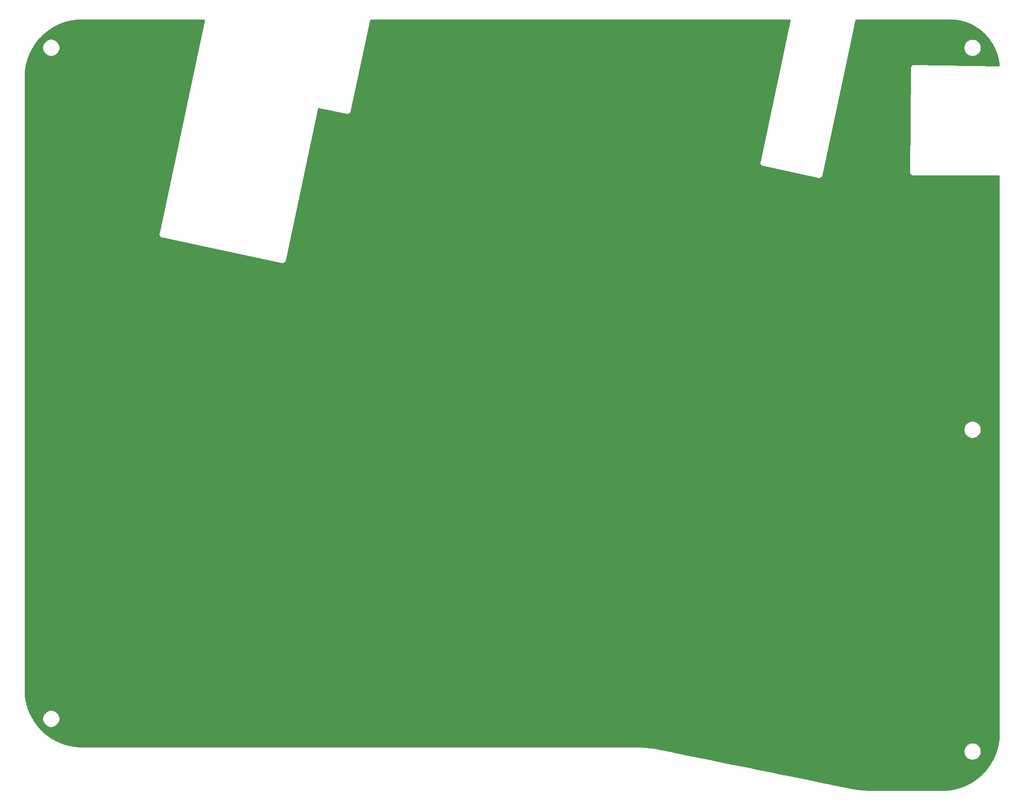
<source format=gbl>
G04 #@! TF.GenerationSoftware,KiCad,Pcbnew,(5.1.5-0-10_14)*
G04 #@! TF.CreationDate,2020-04-18T18:06:01+09:00*
G04 #@! TF.ProjectId,colice_pcb_left_bottom,636f6c69-6365-45f7-9063-625f6c656674,rev?*
G04 #@! TF.SameCoordinates,Original*
G04 #@! TF.FileFunction,Copper,L2,Bot*
G04 #@! TF.FilePolarity,Positive*
%FSLAX46Y46*%
G04 Gerber Fmt 4.6, Leading zero omitted, Abs format (unit mm)*
G04 Created by KiCad (PCBNEW (5.1.5-0-10_14)) date 2020-04-18 18:06:01*
%MOMM*%
%LPD*%
G04 APERTURE LIST*
%ADD10C,0.254000*%
G04 APERTURE END LIST*
D10*
G36*
X44185546Y-64055197D02*
G01*
X44174563Y-64089768D01*
X44170535Y-64125816D01*
X44170534Y-64125823D01*
X44160207Y-64218258D01*
X44158487Y-64233654D01*
X44170791Y-64377912D01*
X44211002Y-64516999D01*
X44277575Y-64645567D01*
X44367950Y-64758678D01*
X44384171Y-64772349D01*
X44478657Y-64851984D01*
X44605440Y-64921900D01*
X44743426Y-64965737D01*
X44779482Y-64969765D01*
X68095954Y-69925819D01*
X68130527Y-69936803D01*
X68166581Y-69940831D01*
X68166585Y-69940832D01*
X68233371Y-69948293D01*
X68274414Y-69952879D01*
X68274416Y-69952879D01*
X68304083Y-69950349D01*
X68418671Y-69940576D01*
X68418674Y-69940575D01*
X68418675Y-69940575D01*
X68435549Y-69935696D01*
X68557758Y-69900366D01*
X68686327Y-69833794D01*
X68799439Y-69743418D01*
X68892745Y-69632712D01*
X68962661Y-69505930D01*
X68995514Y-69402521D01*
X68995515Y-69402518D01*
X69006500Y-69367940D01*
X69010528Y-69331887D01*
X75311828Y-39687262D01*
X80730619Y-40838899D01*
X80765184Y-40849881D01*
X80801251Y-40853911D01*
X80801262Y-40853913D01*
X80846375Y-40858952D01*
X80909071Y-40865957D01*
X80909079Y-40865956D01*
X80909094Y-40865958D01*
X80994539Y-40858668D01*
X81053329Y-40853654D01*
X81053339Y-40853651D01*
X81053352Y-40853650D01*
X81127049Y-40832341D01*
X81192415Y-40813444D01*
X81192425Y-40813439D01*
X81192438Y-40813435D01*
X81266720Y-40774969D01*
X81320984Y-40746871D01*
X81320992Y-40746865D01*
X81321005Y-40746858D01*
X81380400Y-40699398D01*
X81434096Y-40656496D01*
X81434105Y-40656486D01*
X81434113Y-40656479D01*
X81479207Y-40602973D01*
X81527402Y-40545790D01*
X81527407Y-40545780D01*
X81527416Y-40545770D01*
X81564146Y-40479160D01*
X81597318Y-40419008D01*
X81597322Y-40418997D01*
X81597328Y-40418985D01*
X81619482Y-40349245D01*
X81630172Y-40315598D01*
X81630175Y-40315586D01*
X81641162Y-40280998D01*
X81645188Y-40244955D01*
X85431573Y-22431766D01*
X167159620Y-22431766D01*
X161278053Y-50102371D01*
X161267069Y-50136946D01*
X161250994Y-50280833D01*
X161263298Y-50425090D01*
X161303509Y-50564177D01*
X161370082Y-50692745D01*
X161460458Y-50805856D01*
X161571165Y-50899162D01*
X161697948Y-50969077D01*
X161801357Y-51001930D01*
X161801361Y-51001931D01*
X161835932Y-51012914D01*
X161871983Y-51016942D01*
X172702641Y-53319045D01*
X172737213Y-53330029D01*
X172773265Y-53334057D01*
X172773270Y-53334058D01*
X172860578Y-53343812D01*
X172881100Y-53346105D01*
X172881101Y-53346105D01*
X172895934Y-53344840D01*
X173025357Y-53333802D01*
X173164444Y-53293591D01*
X173293013Y-53227018D01*
X173293015Y-53227017D01*
X173360654Y-53172973D01*
X173406124Y-53136643D01*
X173499431Y-53025936D01*
X173569346Y-52899154D01*
X173602199Y-52795745D01*
X173602201Y-52795738D01*
X173613184Y-52761165D01*
X173617211Y-52725117D01*
X178938562Y-27690300D01*
X201017560Y-27690300D01*
X201017560Y-28027140D01*
X201083274Y-28357509D01*
X201212178Y-28668709D01*
X201399316Y-28948781D01*
X201637499Y-29186964D01*
X201917571Y-29374102D01*
X202228771Y-29503006D01*
X202559140Y-29568720D01*
X202895980Y-29568720D01*
X203226349Y-29503006D01*
X203537549Y-29374102D01*
X203817621Y-29186964D01*
X204055804Y-28948781D01*
X204242942Y-28668709D01*
X204371846Y-28357509D01*
X204437560Y-28027140D01*
X204437560Y-27690300D01*
X204371846Y-27359931D01*
X204242942Y-27048731D01*
X204055804Y-26768659D01*
X203817621Y-26530476D01*
X203537549Y-26343338D01*
X203226349Y-26214434D01*
X202895980Y-26148720D01*
X202559140Y-26148720D01*
X202228771Y-26214434D01*
X201917571Y-26343338D01*
X201637499Y-26530476D01*
X201399316Y-26768659D01*
X201212178Y-27048731D01*
X201083274Y-27359931D01*
X201017560Y-27690300D01*
X178938562Y-27690300D01*
X180056306Y-22431766D01*
X198246225Y-22431766D01*
X198435330Y-22433538D01*
X198626204Y-22438970D01*
X198812069Y-22447827D01*
X198989148Y-22459564D01*
X199161473Y-22474095D01*
X199337008Y-22492074D01*
X199503604Y-22512125D01*
X199669623Y-22535031D01*
X199830772Y-22560076D01*
X199991091Y-22587772D01*
X200150501Y-22618085D01*
X200305296Y-22650194D01*
X200459051Y-22684726D01*
X200615781Y-22722668D01*
X200763699Y-22761045D01*
X200925755Y-22805995D01*
X201082759Y-22852475D01*
X201238619Y-22901521D01*
X201393486Y-22953161D01*
X201540076Y-23004758D01*
X201682138Y-23057328D01*
X201819780Y-23110711D01*
X201952898Y-23164672D01*
X202085145Y-23220594D01*
X202214480Y-23277557D01*
X202349886Y-23339645D01*
X202478973Y-23401219D01*
X202603741Y-23462991D01*
X202727373Y-23526436D01*
X202853299Y-23593398D01*
X202988054Y-23667725D01*
X203108323Y-23736452D01*
X203227737Y-23806982D01*
X203346013Y-23879141D01*
X203463297Y-23953020D01*
X203576260Y-24026418D01*
X203688032Y-24101272D01*
X203808073Y-24184196D01*
X203917561Y-24262186D01*
X204025966Y-24341690D01*
X204139227Y-24427257D01*
X204248167Y-24512047D01*
X204352996Y-24596020D01*
X204459479Y-24683792D01*
X204567444Y-24775416D01*
X204676942Y-24871151D01*
X204779415Y-24963404D01*
X204877715Y-25054416D01*
X204985783Y-25157428D01*
X205081421Y-25251275D01*
X205175955Y-25346630D01*
X205269195Y-25443306D01*
X205361065Y-25541226D01*
X205451534Y-25640355D01*
X205543167Y-25743618D01*
X205633167Y-25847980D01*
X205724289Y-25956759D01*
X205808971Y-26060813D01*
X205894733Y-26169260D01*
X205976600Y-26275814D01*
X206057000Y-26383510D01*
X206140397Y-26498596D01*
X206217703Y-26608533D01*
X206297847Y-26726028D01*
X206372031Y-26838188D01*
X206446772Y-26954723D01*
X206521887Y-27075657D01*
X206593272Y-27194394D01*
X206663035Y-27314290D01*
X206730967Y-27434986D01*
X206806331Y-27573827D01*
X206870635Y-27696750D01*
X206933372Y-27821004D01*
X206994186Y-27945899D01*
X207061350Y-28089412D01*
X207119861Y-28219706D01*
X207181141Y-28362012D01*
X207235773Y-28494498D01*
X207292648Y-28638736D01*
X207348579Y-28787659D01*
X207399574Y-28930402D01*
X207447182Y-29070536D01*
X207496200Y-29222778D01*
X207541603Y-29372183D01*
X207583632Y-29518918D01*
X207624409Y-29670473D01*
X207663194Y-29824674D01*
X207699513Y-29979910D01*
X207733744Y-30138048D01*
X207764561Y-30292832D01*
X207796322Y-30468248D01*
X207822486Y-30628856D01*
X207846559Y-30794426D01*
X207867810Y-30960728D01*
X207887454Y-31139918D01*
X207903140Y-31311743D01*
X207906020Y-31351170D01*
X191386968Y-31052498D01*
X191347223Y-31048259D01*
X191278766Y-31054444D01*
X191210294Y-31059940D01*
X191206723Y-31060953D01*
X191203028Y-31061287D01*
X191137112Y-31080703D01*
X191071009Y-31099457D01*
X191067706Y-31101146D01*
X191064146Y-31102195D01*
X191003263Y-31134108D01*
X190942109Y-31165387D01*
X190939200Y-31167687D01*
X190935912Y-31169411D01*
X190882418Y-31212595D01*
X190828549Y-31255198D01*
X190826144Y-31258022D01*
X190823256Y-31260354D01*
X190779242Y-31313110D01*
X190734691Y-31365437D01*
X190732882Y-31368679D01*
X190730506Y-31371527D01*
X190697635Y-31431848D01*
X190664144Y-31491870D01*
X190663003Y-31495401D01*
X190661228Y-31498658D01*
X190640746Y-31564267D01*
X190619619Y-31629635D01*
X190619189Y-31633317D01*
X190618082Y-31636863D01*
X190610793Y-31705212D01*
X190602825Y-31773440D01*
X190606023Y-31813278D01*
X190442364Y-52082559D01*
X190438516Y-52121629D01*
X190445329Y-52190800D01*
X190451568Y-52259860D01*
X190452413Y-52262729D01*
X190452707Y-52265714D01*
X190472892Y-52332255D01*
X190492476Y-52398743D01*
X190493864Y-52401391D01*
X190494735Y-52404262D01*
X190527518Y-52465596D01*
X190559693Y-52526977D01*
X190561571Y-52529303D01*
X190562985Y-52531949D01*
X190607094Y-52585695D01*
X190650635Y-52639633D01*
X190652932Y-52641549D01*
X190654834Y-52643867D01*
X190708556Y-52687955D01*
X190761808Y-52732383D01*
X190764435Y-52733815D01*
X190766752Y-52735716D01*
X190828067Y-52768489D01*
X190888940Y-52801661D01*
X190891793Y-52802552D01*
X190894439Y-52803966D01*
X190960950Y-52824142D01*
X191027144Y-52844807D01*
X191030120Y-52845124D01*
X191032987Y-52845994D01*
X191102145Y-52852805D01*
X191171109Y-52860160D01*
X191210193Y-52856629D01*
X207917775Y-52856629D01*
X207917775Y-161548932D01*
X207915983Y-161752126D01*
X207911275Y-161935118D01*
X207903388Y-162122219D01*
X207892742Y-162303832D01*
X207879567Y-162480238D01*
X207863649Y-162655942D01*
X207845562Y-162826043D01*
X207822549Y-163013564D01*
X207798446Y-163186562D01*
X207773111Y-163350016D01*
X207745393Y-163512756D01*
X207715283Y-163674899D01*
X207683784Y-163831645D01*
X207650041Y-163987812D01*
X207614163Y-164142969D01*
X207574992Y-164301747D01*
X207535907Y-164450892D01*
X207492323Y-164607950D01*
X207449095Y-164755464D01*
X207403824Y-164902327D01*
X207357956Y-165044164D01*
X207310200Y-165185288D01*
X207260699Y-165325318D01*
X207207741Y-165468844D01*
X207154561Y-165607124D01*
X207099516Y-165744708D01*
X207042695Y-165881384D01*
X206985859Y-166013148D01*
X206927337Y-166144121D01*
X206867246Y-166274048D01*
X206801655Y-166411036D01*
X206738310Y-166538935D01*
X206669272Y-166673789D01*
X206598478Y-166807534D01*
X206530200Y-166932490D01*
X206455933Y-167064231D01*
X206384379Y-167187321D01*
X206311224Y-167309535D01*
X206238834Y-167427069D01*
X206162734Y-167547206D01*
X206082707Y-167669993D01*
X206005988Y-167784477D01*
X205927898Y-167897941D01*
X205843357Y-168017482D01*
X205762452Y-168128852D01*
X205680166Y-168239226D01*
X205596676Y-168348376D01*
X205501020Y-168470097D01*
X205414732Y-168576991D01*
X205324454Y-168686008D01*
X205224161Y-168803907D01*
X205136668Y-168904115D01*
X205047833Y-169003445D01*
X204957766Y-169101763D01*
X204866560Y-169198975D01*
X204774393Y-169294891D01*
X204665719Y-169405120D01*
X204571171Y-169498581D01*
X204475269Y-169591148D01*
X204378339Y-169682497D01*
X204270748Y-169781388D01*
X204171571Y-169870286D01*
X204071219Y-169958101D01*
X203969869Y-170044676D01*
X203864105Y-170132827D01*
X203760677Y-170216924D01*
X203652885Y-170302416D01*
X203537197Y-170391801D01*
X203423828Y-170477082D01*
X203309416Y-170560886D01*
X203193772Y-170643352D01*
X203077074Y-170724348D01*
X202959296Y-170803883D01*
X202844069Y-170879601D01*
X202727929Y-170953873D01*
X202599697Y-171033552D01*
X202477854Y-171107050D01*
X202354875Y-171179098D01*
X202234693Y-171247480D01*
X202113504Y-171314448D01*
X201991525Y-171379872D01*
X201860846Y-171447810D01*
X201733279Y-171512020D01*
X201604604Y-171574716D01*
X201474980Y-171635810D01*
X201344594Y-171695209D01*
X201213262Y-171752992D01*
X201081218Y-171809049D01*
X200935982Y-171868387D01*
X200798233Y-171922458D01*
X200655325Y-171976317D01*
X200511651Y-172028201D01*
X200362852Y-172079579D01*
X200213132Y-172128894D01*
X200066893Y-172174781D01*
X199910967Y-172221261D01*
X199762843Y-172263110D01*
X199613783Y-172302982D01*
X199464122Y-172340770D01*
X199296240Y-172380525D01*
X199136385Y-172415817D01*
X198971033Y-172449717D01*
X198809424Y-172480320D01*
X198646940Y-172508586D01*
X198470217Y-172536513D01*
X198306177Y-172559828D01*
X198136843Y-172581283D01*
X197962106Y-172600667D01*
X197786907Y-172617304D01*
X197601512Y-172631888D01*
X197424690Y-172642920D01*
X197242318Y-172651369D01*
X197059303Y-172656873D01*
X196868859Y-172659474D01*
X196809349Y-172659635D01*
X183359922Y-172659635D01*
X183161966Y-172658784D01*
X182969691Y-172656334D01*
X182776074Y-172652241D01*
X182586888Y-172646661D01*
X182391682Y-172639264D01*
X182205928Y-172630684D01*
X182019107Y-172620528D01*
X181829984Y-172608691D01*
X181640977Y-172595295D01*
X181461222Y-172581097D01*
X181279392Y-172565288D01*
X181099760Y-172548239D01*
X180922599Y-172530024D01*
X180743314Y-172510176D01*
X180563116Y-172488785D01*
X180387531Y-172466551D01*
X180213212Y-172443113D01*
X180039125Y-172418347D01*
X179867380Y-172392580D01*
X179697924Y-172365848D01*
X179528782Y-172337871D01*
X179360039Y-172308662D01*
X179191181Y-172278133D01*
X179024839Y-172246779D01*
X178853632Y-172213184D01*
X178769205Y-172196121D01*
X178507612Y-172142756D01*
X178507556Y-172142744D01*
X178233306Y-172086796D01*
X178233304Y-172086796D01*
X177651016Y-171968008D01*
X177650933Y-171967990D01*
X176801702Y-171794742D01*
X176801696Y-171794741D01*
X175878403Y-171606382D01*
X175878375Y-171606376D01*
X174886462Y-171404016D01*
X174886434Y-171404010D01*
X173831427Y-171188777D01*
X173831371Y-171188765D01*
X172718810Y-170961788D01*
X172718674Y-170961759D01*
X171553832Y-170724115D01*
X171553824Y-170724114D01*
X170342364Y-170476957D01*
X170342336Y-170476951D01*
X169089669Y-170221386D01*
X167801325Y-169958541D01*
X166482822Y-169689543D01*
X166482794Y-169689537D01*
X165139562Y-169415491D01*
X163777118Y-169137525D01*
X162400952Y-168856759D01*
X162400944Y-168856758D01*
X161016552Y-168574312D01*
X161016544Y-168574311D01*
X159629437Y-168291311D01*
X159629409Y-168291305D01*
X158245009Y-168008855D01*
X156868842Y-167728085D01*
X155506399Y-167450114D01*
X153497038Y-167040155D01*
X151556289Y-166644192D01*
X150303681Y-166388628D01*
X150303626Y-166388616D01*
X148497356Y-166020086D01*
X148497348Y-166020085D01*
X146814616Y-165676758D01*
X146814588Y-165676752D01*
X145759524Y-165461486D01*
X144767641Y-165259110D01*
X144767585Y-165259098D01*
X143844255Y-165070707D01*
X143844249Y-165070706D01*
X143212174Y-164941740D01*
X201022640Y-164941740D01*
X201022640Y-165278580D01*
X201088354Y-165608949D01*
X201217258Y-165920149D01*
X201404396Y-166200221D01*
X201642579Y-166438404D01*
X201922651Y-166625542D01*
X202233851Y-166754446D01*
X202564220Y-166820160D01*
X202901060Y-166820160D01*
X203231429Y-166754446D01*
X203542629Y-166625542D01*
X203822701Y-166438404D01*
X204060884Y-166200221D01*
X204248022Y-165920149D01*
X204376926Y-165608949D01*
X204442640Y-165278580D01*
X204442640Y-164941740D01*
X204376926Y-164611371D01*
X204248022Y-164300171D01*
X204060884Y-164020099D01*
X203822701Y-163781916D01*
X203542629Y-163594778D01*
X203231429Y-163465874D01*
X202901060Y-163400160D01*
X202564220Y-163400160D01*
X202233851Y-163465874D01*
X201922651Y-163594778D01*
X201642579Y-163781916D01*
X201404396Y-164020099D01*
X201217258Y-164300171D01*
X201088354Y-164611371D01*
X201022640Y-164941740D01*
X143212174Y-164941740D01*
X142995055Y-164897440D01*
X142995027Y-164897434D01*
X142225389Y-164740399D01*
X141875789Y-164669068D01*
X141875649Y-164669053D01*
X141873082Y-164668521D01*
X141694918Y-164632865D01*
X141694731Y-164632846D01*
X141689472Y-164631797D01*
X141517939Y-164598814D01*
X141517756Y-164598797D01*
X141512623Y-164597812D01*
X141342025Y-164566309D01*
X141341837Y-164566293D01*
X141336726Y-164565351D01*
X141165924Y-164535103D01*
X141165746Y-164535089D01*
X141160562Y-164534173D01*
X140986122Y-164504611D01*
X140985931Y-164504598D01*
X140980732Y-164503719D01*
X140808392Y-164475829D01*
X140808210Y-164475818D01*
X140802970Y-164474972D01*
X140625848Y-164447664D01*
X140625665Y-164447654D01*
X140620366Y-164446840D01*
X140444208Y-164421039D01*
X140444022Y-164421030D01*
X140438666Y-164420249D01*
X140257720Y-164395153D01*
X140257539Y-164395146D01*
X140251884Y-164394367D01*
X140058069Y-164369067D01*
X140057882Y-164369061D01*
X140052280Y-164368335D01*
X139872131Y-164346272D01*
X139871951Y-164346268D01*
X139866350Y-164345587D01*
X139674484Y-164323630D01*
X139674298Y-164323627D01*
X139668689Y-164322990D01*
X139487071Y-164303664D01*
X139486884Y-164303662D01*
X139481351Y-164303078D01*
X139294954Y-164284717D01*
X139294765Y-164284717D01*
X139289163Y-164284170D01*
X139101469Y-164267180D01*
X139101286Y-164267181D01*
X139095669Y-164266678D01*
X138910159Y-164251366D01*
X138909978Y-164251369D01*
X138904258Y-164250903D01*
X138709344Y-164236394D01*
X138709168Y-164236398D01*
X138703290Y-164235968D01*
X138508250Y-164223068D01*
X138508064Y-164223074D01*
X138502237Y-164222695D01*
X138309409Y-164211528D01*
X138309223Y-164211535D01*
X138303431Y-164211207D01*
X138111664Y-164201668D01*
X138111487Y-164201677D01*
X138105557Y-164201389D01*
X137903230Y-164193011D01*
X137903045Y-164193021D01*
X137897071Y-164192782D01*
X137702800Y-164186369D01*
X137702619Y-164186381D01*
X137696613Y-164186191D01*
X137491796Y-164181156D01*
X137491617Y-164181169D01*
X137485437Y-164181027D01*
X137280550Y-164177764D01*
X137280372Y-164177779D01*
X137274186Y-164177690D01*
X137069242Y-164176201D01*
X137069059Y-164176218D01*
X137064975Y-164176183D01*
X136995099Y-164176081D01*
X136995036Y-164176087D01*
X136994026Y-164176080D01*
X29221270Y-164176080D01*
X29032041Y-164174523D01*
X28839488Y-164169723D01*
X28657221Y-164162147D01*
X28470946Y-164151339D01*
X28290047Y-164137864D01*
X28114431Y-164121954D01*
X27944043Y-164103837D01*
X27774473Y-164083164D01*
X27601152Y-164059295D01*
X27433304Y-164033514D01*
X27261831Y-164004446D01*
X27086778Y-163971902D01*
X26930430Y-163940358D01*
X26761371Y-163903587D01*
X26606527Y-163867463D01*
X26443595Y-163826896D01*
X26294631Y-163787485D01*
X26142051Y-163744794D01*
X25990312Y-163699978D01*
X25843760Y-163654428D01*
X25693696Y-163605452D01*
X25553053Y-163557374D01*
X25412972Y-163507368D01*
X25273951Y-163455616D01*
X25131574Y-163400389D01*
X24994267Y-163344964D01*
X24861907Y-163289490D01*
X24726358Y-163230562D01*
X24587885Y-163168115D01*
X24450543Y-163103895D01*
X24310246Y-163035900D01*
X24178975Y-162970044D01*
X24036835Y-162896252D01*
X23911285Y-162828880D01*
X23786390Y-162759773D01*
X23666328Y-162691340D01*
X23543397Y-162619195D01*
X23421551Y-162545568D01*
X23300707Y-162470418D01*
X23181054Y-162393867D01*
X23055204Y-162310998D01*
X22930648Y-162226544D01*
X22810708Y-162142865D01*
X22698937Y-162062749D01*
X22581231Y-161976092D01*
X22461200Y-161885236D01*
X22352892Y-161801034D01*
X22235189Y-161707069D01*
X22132243Y-161622725D01*
X22030044Y-161536929D01*
X21928913Y-161449954D01*
X21828940Y-161361876D01*
X21730025Y-161272611D01*
X21622717Y-161173315D01*
X21526172Y-161081712D01*
X21430508Y-160988756D01*
X21336062Y-160894765D01*
X21242768Y-160799680D01*
X21147754Y-160700471D01*
X21045135Y-160590522D01*
X20955522Y-160492037D01*
X20867044Y-160392437D01*
X20776881Y-160288428D01*
X20690774Y-160186633D01*
X20605869Y-160083787D01*
X20519612Y-159976687D01*
X20429347Y-159861652D01*
X20345865Y-159752427D01*
X20261072Y-159638557D01*
X20177746Y-159523630D01*
X20095802Y-159407526D01*
X20017789Y-159293989D01*
X19941091Y-159179351D01*
X19865818Y-159063766D01*
X19789658Y-158943532D01*
X19717258Y-158825980D01*
X19644053Y-158703688D01*
X19574568Y-158584206D01*
X19561604Y-158561260D01*
X21464960Y-158561260D01*
X21464960Y-158898100D01*
X21530674Y-159228469D01*
X21659578Y-159539669D01*
X21846716Y-159819741D01*
X22084899Y-160057924D01*
X22364971Y-160245062D01*
X22676171Y-160373966D01*
X23006540Y-160439680D01*
X23343380Y-160439680D01*
X23673749Y-160373966D01*
X23984949Y-160245062D01*
X24265021Y-160057924D01*
X24503204Y-159819741D01*
X24690342Y-159539669D01*
X24819246Y-159228469D01*
X24884960Y-158898100D01*
X24884960Y-158561260D01*
X24819246Y-158230891D01*
X24690342Y-157919691D01*
X24503204Y-157639619D01*
X24265021Y-157401436D01*
X23984949Y-157214298D01*
X23673749Y-157085394D01*
X23343380Y-157019680D01*
X23006540Y-157019680D01*
X22676171Y-157085394D01*
X22364971Y-157214298D01*
X22084899Y-157401436D01*
X21846716Y-157639619D01*
X21659578Y-157919691D01*
X21530674Y-158230891D01*
X21464960Y-158561260D01*
X19561604Y-158561260D01*
X19506580Y-158463872D01*
X19435884Y-158334895D01*
X19366954Y-158205091D01*
X19301618Y-158078060D01*
X19236004Y-157946272D01*
X19172050Y-157813418D01*
X19111670Y-157683645D01*
X19051161Y-157548987D01*
X18992321Y-157413214D01*
X18937055Y-157280930D01*
X18878565Y-157135384D01*
X18823725Y-156993197D01*
X18769231Y-156845770D01*
X18719665Y-156705734D01*
X18670546Y-156560672D01*
X18622051Y-156410504D01*
X18576954Y-156263806D01*
X18532589Y-156111861D01*
X18490353Y-155959090D01*
X18451372Y-155809863D01*
X18413339Y-155655321D01*
X18376566Y-155495870D01*
X18342047Y-155335335D01*
X18310749Y-155178640D01*
X18280059Y-155012107D01*
X18252606Y-154849379D01*
X18226860Y-154681318D01*
X18203065Y-154508043D01*
X18182454Y-154338395D01*
X18164412Y-154168087D01*
X18148191Y-153987862D01*
X18134859Y-153806974D01*
X18124429Y-153625283D01*
X18116762Y-153438204D01*
X18112266Y-153254933D01*
X18110715Y-153065604D01*
X18110715Y-102173260D01*
X201017560Y-102173260D01*
X201017560Y-102510100D01*
X201083274Y-102840469D01*
X201212178Y-103151669D01*
X201399316Y-103431741D01*
X201637499Y-103669924D01*
X201917571Y-103857062D01*
X202228771Y-103985966D01*
X202559140Y-104051680D01*
X202895980Y-104051680D01*
X203226349Y-103985966D01*
X203537549Y-103857062D01*
X203817621Y-103669924D01*
X204055804Y-103431741D01*
X204242942Y-103151669D01*
X204371846Y-102840469D01*
X204437560Y-102510100D01*
X204437560Y-102173260D01*
X204371846Y-101842891D01*
X204242942Y-101531691D01*
X204055804Y-101251619D01*
X203817621Y-101013436D01*
X203537549Y-100826298D01*
X203226349Y-100697394D01*
X202895980Y-100631680D01*
X202559140Y-100631680D01*
X202228771Y-100697394D01*
X201917571Y-100826298D01*
X201637499Y-101013436D01*
X201399316Y-101251619D01*
X201212178Y-101531691D01*
X201083274Y-101842891D01*
X201017560Y-102173260D01*
X18110715Y-102173260D01*
X18110715Y-33542444D01*
X18112421Y-33343788D01*
X18117058Y-33160623D01*
X18124643Y-32978221D01*
X18135446Y-32791998D01*
X18148914Y-32611184D01*
X18165706Y-32426654D01*
X18184453Y-32251986D01*
X18205910Y-32077967D01*
X18229391Y-31909197D01*
X18254660Y-31745755D01*
X18283116Y-31578480D01*
X18313191Y-31416537D01*
X18344705Y-31259712D01*
X18378434Y-31103599D01*
X18414328Y-30948370D01*
X18452393Y-30793954D01*
X18492610Y-30640365D01*
X18534946Y-30487687D01*
X18579413Y-30335838D01*
X18624662Y-30189052D01*
X18670529Y-30047211D01*
X18718282Y-29906094D01*
X18767791Y-29766049D01*
X18820705Y-29622643D01*
X18875460Y-29480350D01*
X18933810Y-29334829D01*
X18990764Y-29198287D01*
X19047747Y-29066590D01*
X19106415Y-28935696D01*
X19166667Y-28805808D01*
X19228615Y-28676678D01*
X19292071Y-28548677D01*
X19361122Y-28413923D01*
X19432022Y-28280102D01*
X19498357Y-28158758D01*
X19566189Y-28038273D01*
X19637620Y-27915068D01*
X19717363Y-27781689D01*
X19779905Y-27680140D01*
X21470040Y-27680140D01*
X21470040Y-28016980D01*
X21535754Y-28347349D01*
X21664658Y-28658549D01*
X21851796Y-28938621D01*
X22089979Y-29176804D01*
X22370051Y-29363942D01*
X22681251Y-29492846D01*
X23011620Y-29558560D01*
X23348460Y-29558560D01*
X23678829Y-29492846D01*
X23990029Y-29363942D01*
X24270101Y-29176804D01*
X24508284Y-28938621D01*
X24695422Y-28658549D01*
X24824326Y-28347349D01*
X24890040Y-28016980D01*
X24890040Y-27680140D01*
X24824326Y-27349771D01*
X24695422Y-27038571D01*
X24508284Y-26758499D01*
X24270101Y-26520316D01*
X23990029Y-26333178D01*
X23678829Y-26204274D01*
X23348460Y-26138560D01*
X23011620Y-26138560D01*
X22681251Y-26204274D01*
X22370051Y-26333178D01*
X22089979Y-26520316D01*
X21851796Y-26758499D01*
X21664658Y-27038571D01*
X21535754Y-27349771D01*
X21470040Y-27680140D01*
X19779905Y-27680140D01*
X19789531Y-27664511D01*
X19872671Y-27533422D01*
X19950376Y-27414444D01*
X20027001Y-27300288D01*
X20115162Y-27172595D01*
X20194796Y-27060433D01*
X20275891Y-26949158D01*
X20358218Y-26839073D01*
X20452608Y-26716241D01*
X20537762Y-26608380D01*
X20621638Y-26504755D01*
X20709590Y-26398748D01*
X20795908Y-26297241D01*
X20883540Y-26196646D01*
X20972252Y-26097232D01*
X21062166Y-25998857D01*
X21156256Y-25898388D01*
X21248480Y-25802269D01*
X21341919Y-25707181D01*
X21436530Y-25613166D01*
X21532028Y-25520507D01*
X21634736Y-25423274D01*
X21758026Y-25309742D01*
X21856941Y-25221077D01*
X21957257Y-25133293D01*
X22058659Y-25046675D01*
X22164384Y-24958559D01*
X22267804Y-24874466D01*
X22375641Y-24788938D01*
X22487912Y-24702157D01*
X22601288Y-24616808D01*
X22712196Y-24535472D01*
X22831183Y-24450521D01*
X22955011Y-24364581D01*
X23069168Y-24287521D01*
X23184338Y-24211837D01*
X23304090Y-24135285D01*
X23432455Y-24055593D01*
X23550663Y-23984316D01*
X23669939Y-23914408D01*
X23790072Y-23845994D01*
X23915015Y-23776925D01*
X24036931Y-23711532D01*
X24167559Y-23643621D01*
X24299118Y-23577433D01*
X24427707Y-23514840D01*
X24557256Y-23453842D01*
X24687803Y-23394428D01*
X24819104Y-23336721D01*
X24951398Y-23280620D01*
X25084329Y-23226277D01*
X25226300Y-23170453D01*
X25373218Y-23115051D01*
X25516979Y-23063136D01*
X25661618Y-23013166D01*
X25803097Y-22966445D01*
X25949500Y-22920319D01*
X26096754Y-22876173D01*
X26249114Y-22832840D01*
X26402294Y-22791644D01*
X26551940Y-22753670D01*
X26711035Y-22715737D01*
X26875421Y-22679140D01*
X27031877Y-22646744D01*
X27189196Y-22616539D01*
X27351563Y-22587832D01*
X27523656Y-22560120D01*
X27691908Y-22535696D01*
X27865738Y-22513219D01*
X28035641Y-22493933D01*
X28211032Y-22476787D01*
X28386696Y-22462411D01*
X28590908Y-22449185D01*
X28772781Y-22440545D01*
X28955659Y-22434827D01*
X29150496Y-22431975D01*
X29219498Y-22431766D01*
X53032841Y-22431766D01*
X44185546Y-64055197D01*
G37*
X44185546Y-64055197D02*
X44174563Y-64089768D01*
X44170535Y-64125816D01*
X44170534Y-64125823D01*
X44160207Y-64218258D01*
X44158487Y-64233654D01*
X44170791Y-64377912D01*
X44211002Y-64516999D01*
X44277575Y-64645567D01*
X44367950Y-64758678D01*
X44384171Y-64772349D01*
X44478657Y-64851984D01*
X44605440Y-64921900D01*
X44743426Y-64965737D01*
X44779482Y-64969765D01*
X68095954Y-69925819D01*
X68130527Y-69936803D01*
X68166581Y-69940831D01*
X68166585Y-69940832D01*
X68233371Y-69948293D01*
X68274414Y-69952879D01*
X68274416Y-69952879D01*
X68304083Y-69950349D01*
X68418671Y-69940576D01*
X68418674Y-69940575D01*
X68418675Y-69940575D01*
X68435549Y-69935696D01*
X68557758Y-69900366D01*
X68686327Y-69833794D01*
X68799439Y-69743418D01*
X68892745Y-69632712D01*
X68962661Y-69505930D01*
X68995514Y-69402521D01*
X68995515Y-69402518D01*
X69006500Y-69367940D01*
X69010528Y-69331887D01*
X75311828Y-39687262D01*
X80730619Y-40838899D01*
X80765184Y-40849881D01*
X80801251Y-40853911D01*
X80801262Y-40853913D01*
X80846375Y-40858952D01*
X80909071Y-40865957D01*
X80909079Y-40865956D01*
X80909094Y-40865958D01*
X80994539Y-40858668D01*
X81053329Y-40853654D01*
X81053339Y-40853651D01*
X81053352Y-40853650D01*
X81127049Y-40832341D01*
X81192415Y-40813444D01*
X81192425Y-40813439D01*
X81192438Y-40813435D01*
X81266720Y-40774969D01*
X81320984Y-40746871D01*
X81320992Y-40746865D01*
X81321005Y-40746858D01*
X81380400Y-40699398D01*
X81434096Y-40656496D01*
X81434105Y-40656486D01*
X81434113Y-40656479D01*
X81479207Y-40602973D01*
X81527402Y-40545790D01*
X81527407Y-40545780D01*
X81527416Y-40545770D01*
X81564146Y-40479160D01*
X81597318Y-40419008D01*
X81597322Y-40418997D01*
X81597328Y-40418985D01*
X81619482Y-40349245D01*
X81630172Y-40315598D01*
X81630175Y-40315586D01*
X81641162Y-40280998D01*
X81645188Y-40244955D01*
X85431573Y-22431766D01*
X167159620Y-22431766D01*
X161278053Y-50102371D01*
X161267069Y-50136946D01*
X161250994Y-50280833D01*
X161263298Y-50425090D01*
X161303509Y-50564177D01*
X161370082Y-50692745D01*
X161460458Y-50805856D01*
X161571165Y-50899162D01*
X161697948Y-50969077D01*
X161801357Y-51001930D01*
X161801361Y-51001931D01*
X161835932Y-51012914D01*
X161871983Y-51016942D01*
X172702641Y-53319045D01*
X172737213Y-53330029D01*
X172773265Y-53334057D01*
X172773270Y-53334058D01*
X172860578Y-53343812D01*
X172881100Y-53346105D01*
X172881101Y-53346105D01*
X172895934Y-53344840D01*
X173025357Y-53333802D01*
X173164444Y-53293591D01*
X173293013Y-53227018D01*
X173293015Y-53227017D01*
X173360654Y-53172973D01*
X173406124Y-53136643D01*
X173499431Y-53025936D01*
X173569346Y-52899154D01*
X173602199Y-52795745D01*
X173602201Y-52795738D01*
X173613184Y-52761165D01*
X173617211Y-52725117D01*
X178938562Y-27690300D01*
X201017560Y-27690300D01*
X201017560Y-28027140D01*
X201083274Y-28357509D01*
X201212178Y-28668709D01*
X201399316Y-28948781D01*
X201637499Y-29186964D01*
X201917571Y-29374102D01*
X202228771Y-29503006D01*
X202559140Y-29568720D01*
X202895980Y-29568720D01*
X203226349Y-29503006D01*
X203537549Y-29374102D01*
X203817621Y-29186964D01*
X204055804Y-28948781D01*
X204242942Y-28668709D01*
X204371846Y-28357509D01*
X204437560Y-28027140D01*
X204437560Y-27690300D01*
X204371846Y-27359931D01*
X204242942Y-27048731D01*
X204055804Y-26768659D01*
X203817621Y-26530476D01*
X203537549Y-26343338D01*
X203226349Y-26214434D01*
X202895980Y-26148720D01*
X202559140Y-26148720D01*
X202228771Y-26214434D01*
X201917571Y-26343338D01*
X201637499Y-26530476D01*
X201399316Y-26768659D01*
X201212178Y-27048731D01*
X201083274Y-27359931D01*
X201017560Y-27690300D01*
X178938562Y-27690300D01*
X180056306Y-22431766D01*
X198246225Y-22431766D01*
X198435330Y-22433538D01*
X198626204Y-22438970D01*
X198812069Y-22447827D01*
X198989148Y-22459564D01*
X199161473Y-22474095D01*
X199337008Y-22492074D01*
X199503604Y-22512125D01*
X199669623Y-22535031D01*
X199830772Y-22560076D01*
X199991091Y-22587772D01*
X200150501Y-22618085D01*
X200305296Y-22650194D01*
X200459051Y-22684726D01*
X200615781Y-22722668D01*
X200763699Y-22761045D01*
X200925755Y-22805995D01*
X201082759Y-22852475D01*
X201238619Y-22901521D01*
X201393486Y-22953161D01*
X201540076Y-23004758D01*
X201682138Y-23057328D01*
X201819780Y-23110711D01*
X201952898Y-23164672D01*
X202085145Y-23220594D01*
X202214480Y-23277557D01*
X202349886Y-23339645D01*
X202478973Y-23401219D01*
X202603741Y-23462991D01*
X202727373Y-23526436D01*
X202853299Y-23593398D01*
X202988054Y-23667725D01*
X203108323Y-23736452D01*
X203227737Y-23806982D01*
X203346013Y-23879141D01*
X203463297Y-23953020D01*
X203576260Y-24026418D01*
X203688032Y-24101272D01*
X203808073Y-24184196D01*
X203917561Y-24262186D01*
X204025966Y-24341690D01*
X204139227Y-24427257D01*
X204248167Y-24512047D01*
X204352996Y-24596020D01*
X204459479Y-24683792D01*
X204567444Y-24775416D01*
X204676942Y-24871151D01*
X204779415Y-24963404D01*
X204877715Y-25054416D01*
X204985783Y-25157428D01*
X205081421Y-25251275D01*
X205175955Y-25346630D01*
X205269195Y-25443306D01*
X205361065Y-25541226D01*
X205451534Y-25640355D01*
X205543167Y-25743618D01*
X205633167Y-25847980D01*
X205724289Y-25956759D01*
X205808971Y-26060813D01*
X205894733Y-26169260D01*
X205976600Y-26275814D01*
X206057000Y-26383510D01*
X206140397Y-26498596D01*
X206217703Y-26608533D01*
X206297847Y-26726028D01*
X206372031Y-26838188D01*
X206446772Y-26954723D01*
X206521887Y-27075657D01*
X206593272Y-27194394D01*
X206663035Y-27314290D01*
X206730967Y-27434986D01*
X206806331Y-27573827D01*
X206870635Y-27696750D01*
X206933372Y-27821004D01*
X206994186Y-27945899D01*
X207061350Y-28089412D01*
X207119861Y-28219706D01*
X207181141Y-28362012D01*
X207235773Y-28494498D01*
X207292648Y-28638736D01*
X207348579Y-28787659D01*
X207399574Y-28930402D01*
X207447182Y-29070536D01*
X207496200Y-29222778D01*
X207541603Y-29372183D01*
X207583632Y-29518918D01*
X207624409Y-29670473D01*
X207663194Y-29824674D01*
X207699513Y-29979910D01*
X207733744Y-30138048D01*
X207764561Y-30292832D01*
X207796322Y-30468248D01*
X207822486Y-30628856D01*
X207846559Y-30794426D01*
X207867810Y-30960728D01*
X207887454Y-31139918D01*
X207903140Y-31311743D01*
X207906020Y-31351170D01*
X191386968Y-31052498D01*
X191347223Y-31048259D01*
X191278766Y-31054444D01*
X191210294Y-31059940D01*
X191206723Y-31060953D01*
X191203028Y-31061287D01*
X191137112Y-31080703D01*
X191071009Y-31099457D01*
X191067706Y-31101146D01*
X191064146Y-31102195D01*
X191003263Y-31134108D01*
X190942109Y-31165387D01*
X190939200Y-31167687D01*
X190935912Y-31169411D01*
X190882418Y-31212595D01*
X190828549Y-31255198D01*
X190826144Y-31258022D01*
X190823256Y-31260354D01*
X190779242Y-31313110D01*
X190734691Y-31365437D01*
X190732882Y-31368679D01*
X190730506Y-31371527D01*
X190697635Y-31431848D01*
X190664144Y-31491870D01*
X190663003Y-31495401D01*
X190661228Y-31498658D01*
X190640746Y-31564267D01*
X190619619Y-31629635D01*
X190619189Y-31633317D01*
X190618082Y-31636863D01*
X190610793Y-31705212D01*
X190602825Y-31773440D01*
X190606023Y-31813278D01*
X190442364Y-52082559D01*
X190438516Y-52121629D01*
X190445329Y-52190800D01*
X190451568Y-52259860D01*
X190452413Y-52262729D01*
X190452707Y-52265714D01*
X190472892Y-52332255D01*
X190492476Y-52398743D01*
X190493864Y-52401391D01*
X190494735Y-52404262D01*
X190527518Y-52465596D01*
X190559693Y-52526977D01*
X190561571Y-52529303D01*
X190562985Y-52531949D01*
X190607094Y-52585695D01*
X190650635Y-52639633D01*
X190652932Y-52641549D01*
X190654834Y-52643867D01*
X190708556Y-52687955D01*
X190761808Y-52732383D01*
X190764435Y-52733815D01*
X190766752Y-52735716D01*
X190828067Y-52768489D01*
X190888940Y-52801661D01*
X190891793Y-52802552D01*
X190894439Y-52803966D01*
X190960950Y-52824142D01*
X191027144Y-52844807D01*
X191030120Y-52845124D01*
X191032987Y-52845994D01*
X191102145Y-52852805D01*
X191171109Y-52860160D01*
X191210193Y-52856629D01*
X207917775Y-52856629D01*
X207917775Y-161548932D01*
X207915983Y-161752126D01*
X207911275Y-161935118D01*
X207903388Y-162122219D01*
X207892742Y-162303832D01*
X207879567Y-162480238D01*
X207863649Y-162655942D01*
X207845562Y-162826043D01*
X207822549Y-163013564D01*
X207798446Y-163186562D01*
X207773111Y-163350016D01*
X207745393Y-163512756D01*
X207715283Y-163674899D01*
X207683784Y-163831645D01*
X207650041Y-163987812D01*
X207614163Y-164142969D01*
X207574992Y-164301747D01*
X207535907Y-164450892D01*
X207492323Y-164607950D01*
X207449095Y-164755464D01*
X207403824Y-164902327D01*
X207357956Y-165044164D01*
X207310200Y-165185288D01*
X207260699Y-165325318D01*
X207207741Y-165468844D01*
X207154561Y-165607124D01*
X207099516Y-165744708D01*
X207042695Y-165881384D01*
X206985859Y-166013148D01*
X206927337Y-166144121D01*
X206867246Y-166274048D01*
X206801655Y-166411036D01*
X206738310Y-166538935D01*
X206669272Y-166673789D01*
X206598478Y-166807534D01*
X206530200Y-166932490D01*
X206455933Y-167064231D01*
X206384379Y-167187321D01*
X206311224Y-167309535D01*
X206238834Y-167427069D01*
X206162734Y-167547206D01*
X206082707Y-167669993D01*
X206005988Y-167784477D01*
X205927898Y-167897941D01*
X205843357Y-168017482D01*
X205762452Y-168128852D01*
X205680166Y-168239226D01*
X205596676Y-168348376D01*
X205501020Y-168470097D01*
X205414732Y-168576991D01*
X205324454Y-168686008D01*
X205224161Y-168803907D01*
X205136668Y-168904115D01*
X205047833Y-169003445D01*
X204957766Y-169101763D01*
X204866560Y-169198975D01*
X204774393Y-169294891D01*
X204665719Y-169405120D01*
X204571171Y-169498581D01*
X204475269Y-169591148D01*
X204378339Y-169682497D01*
X204270748Y-169781388D01*
X204171571Y-169870286D01*
X204071219Y-169958101D01*
X203969869Y-170044676D01*
X203864105Y-170132827D01*
X203760677Y-170216924D01*
X203652885Y-170302416D01*
X203537197Y-170391801D01*
X203423828Y-170477082D01*
X203309416Y-170560886D01*
X203193772Y-170643352D01*
X203077074Y-170724348D01*
X202959296Y-170803883D01*
X202844069Y-170879601D01*
X202727929Y-170953873D01*
X202599697Y-171033552D01*
X202477854Y-171107050D01*
X202354875Y-171179098D01*
X202234693Y-171247480D01*
X202113504Y-171314448D01*
X201991525Y-171379872D01*
X201860846Y-171447810D01*
X201733279Y-171512020D01*
X201604604Y-171574716D01*
X201474980Y-171635810D01*
X201344594Y-171695209D01*
X201213262Y-171752992D01*
X201081218Y-171809049D01*
X200935982Y-171868387D01*
X200798233Y-171922458D01*
X200655325Y-171976317D01*
X200511651Y-172028201D01*
X200362852Y-172079579D01*
X200213132Y-172128894D01*
X200066893Y-172174781D01*
X199910967Y-172221261D01*
X199762843Y-172263110D01*
X199613783Y-172302982D01*
X199464122Y-172340770D01*
X199296240Y-172380525D01*
X199136385Y-172415817D01*
X198971033Y-172449717D01*
X198809424Y-172480320D01*
X198646940Y-172508586D01*
X198470217Y-172536513D01*
X198306177Y-172559828D01*
X198136843Y-172581283D01*
X197962106Y-172600667D01*
X197786907Y-172617304D01*
X197601512Y-172631888D01*
X197424690Y-172642920D01*
X197242318Y-172651369D01*
X197059303Y-172656873D01*
X196868859Y-172659474D01*
X196809349Y-172659635D01*
X183359922Y-172659635D01*
X183161966Y-172658784D01*
X182969691Y-172656334D01*
X182776074Y-172652241D01*
X182586888Y-172646661D01*
X182391682Y-172639264D01*
X182205928Y-172630684D01*
X182019107Y-172620528D01*
X181829984Y-172608691D01*
X181640977Y-172595295D01*
X181461222Y-172581097D01*
X181279392Y-172565288D01*
X181099760Y-172548239D01*
X180922599Y-172530024D01*
X180743314Y-172510176D01*
X180563116Y-172488785D01*
X180387531Y-172466551D01*
X180213212Y-172443113D01*
X180039125Y-172418347D01*
X179867380Y-172392580D01*
X179697924Y-172365848D01*
X179528782Y-172337871D01*
X179360039Y-172308662D01*
X179191181Y-172278133D01*
X179024839Y-172246779D01*
X178853632Y-172213184D01*
X178769205Y-172196121D01*
X178507612Y-172142756D01*
X178507556Y-172142744D01*
X178233306Y-172086796D01*
X178233304Y-172086796D01*
X177651016Y-171968008D01*
X177650933Y-171967990D01*
X176801702Y-171794742D01*
X176801696Y-171794741D01*
X175878403Y-171606382D01*
X175878375Y-171606376D01*
X174886462Y-171404016D01*
X174886434Y-171404010D01*
X173831427Y-171188777D01*
X173831371Y-171188765D01*
X172718810Y-170961788D01*
X172718674Y-170961759D01*
X171553832Y-170724115D01*
X171553824Y-170724114D01*
X170342364Y-170476957D01*
X170342336Y-170476951D01*
X169089669Y-170221386D01*
X167801325Y-169958541D01*
X166482822Y-169689543D01*
X166482794Y-169689537D01*
X165139562Y-169415491D01*
X163777118Y-169137525D01*
X162400952Y-168856759D01*
X162400944Y-168856758D01*
X161016552Y-168574312D01*
X161016544Y-168574311D01*
X159629437Y-168291311D01*
X159629409Y-168291305D01*
X158245009Y-168008855D01*
X156868842Y-167728085D01*
X155506399Y-167450114D01*
X153497038Y-167040155D01*
X151556289Y-166644192D01*
X150303681Y-166388628D01*
X150303626Y-166388616D01*
X148497356Y-166020086D01*
X148497348Y-166020085D01*
X146814616Y-165676758D01*
X146814588Y-165676752D01*
X145759524Y-165461486D01*
X144767641Y-165259110D01*
X144767585Y-165259098D01*
X143844255Y-165070707D01*
X143844249Y-165070706D01*
X143212174Y-164941740D01*
X201022640Y-164941740D01*
X201022640Y-165278580D01*
X201088354Y-165608949D01*
X201217258Y-165920149D01*
X201404396Y-166200221D01*
X201642579Y-166438404D01*
X201922651Y-166625542D01*
X202233851Y-166754446D01*
X202564220Y-166820160D01*
X202901060Y-166820160D01*
X203231429Y-166754446D01*
X203542629Y-166625542D01*
X203822701Y-166438404D01*
X204060884Y-166200221D01*
X204248022Y-165920149D01*
X204376926Y-165608949D01*
X204442640Y-165278580D01*
X204442640Y-164941740D01*
X204376926Y-164611371D01*
X204248022Y-164300171D01*
X204060884Y-164020099D01*
X203822701Y-163781916D01*
X203542629Y-163594778D01*
X203231429Y-163465874D01*
X202901060Y-163400160D01*
X202564220Y-163400160D01*
X202233851Y-163465874D01*
X201922651Y-163594778D01*
X201642579Y-163781916D01*
X201404396Y-164020099D01*
X201217258Y-164300171D01*
X201088354Y-164611371D01*
X201022640Y-164941740D01*
X143212174Y-164941740D01*
X142995055Y-164897440D01*
X142995027Y-164897434D01*
X142225389Y-164740399D01*
X141875789Y-164669068D01*
X141875649Y-164669053D01*
X141873082Y-164668521D01*
X141694918Y-164632865D01*
X141694731Y-164632846D01*
X141689472Y-164631797D01*
X141517939Y-164598814D01*
X141517756Y-164598797D01*
X141512623Y-164597812D01*
X141342025Y-164566309D01*
X141341837Y-164566293D01*
X141336726Y-164565351D01*
X141165924Y-164535103D01*
X141165746Y-164535089D01*
X141160562Y-164534173D01*
X140986122Y-164504611D01*
X140985931Y-164504598D01*
X140980732Y-164503719D01*
X140808392Y-164475829D01*
X140808210Y-164475818D01*
X140802970Y-164474972D01*
X140625848Y-164447664D01*
X140625665Y-164447654D01*
X140620366Y-164446840D01*
X140444208Y-164421039D01*
X140444022Y-164421030D01*
X140438666Y-164420249D01*
X140257720Y-164395153D01*
X140257539Y-164395146D01*
X140251884Y-164394367D01*
X140058069Y-164369067D01*
X140057882Y-164369061D01*
X140052280Y-164368335D01*
X139872131Y-164346272D01*
X139871951Y-164346268D01*
X139866350Y-164345587D01*
X139674484Y-164323630D01*
X139674298Y-164323627D01*
X139668689Y-164322990D01*
X139487071Y-164303664D01*
X139486884Y-164303662D01*
X139481351Y-164303078D01*
X139294954Y-164284717D01*
X139294765Y-164284717D01*
X139289163Y-164284170D01*
X139101469Y-164267180D01*
X139101286Y-164267181D01*
X139095669Y-164266678D01*
X138910159Y-164251366D01*
X138909978Y-164251369D01*
X138904258Y-164250903D01*
X138709344Y-164236394D01*
X138709168Y-164236398D01*
X138703290Y-164235968D01*
X138508250Y-164223068D01*
X138508064Y-164223074D01*
X138502237Y-164222695D01*
X138309409Y-164211528D01*
X138309223Y-164211535D01*
X138303431Y-164211207D01*
X138111664Y-164201668D01*
X138111487Y-164201677D01*
X138105557Y-164201389D01*
X137903230Y-164193011D01*
X137903045Y-164193021D01*
X137897071Y-164192782D01*
X137702800Y-164186369D01*
X137702619Y-164186381D01*
X137696613Y-164186191D01*
X137491796Y-164181156D01*
X137491617Y-164181169D01*
X137485437Y-164181027D01*
X137280550Y-164177764D01*
X137280372Y-164177779D01*
X137274186Y-164177690D01*
X137069242Y-164176201D01*
X137069059Y-164176218D01*
X137064975Y-164176183D01*
X136995099Y-164176081D01*
X136995036Y-164176087D01*
X136994026Y-164176080D01*
X29221270Y-164176080D01*
X29032041Y-164174523D01*
X28839488Y-164169723D01*
X28657221Y-164162147D01*
X28470946Y-164151339D01*
X28290047Y-164137864D01*
X28114431Y-164121954D01*
X27944043Y-164103837D01*
X27774473Y-164083164D01*
X27601152Y-164059295D01*
X27433304Y-164033514D01*
X27261831Y-164004446D01*
X27086778Y-163971902D01*
X26930430Y-163940358D01*
X26761371Y-163903587D01*
X26606527Y-163867463D01*
X26443595Y-163826896D01*
X26294631Y-163787485D01*
X26142051Y-163744794D01*
X25990312Y-163699978D01*
X25843760Y-163654428D01*
X25693696Y-163605452D01*
X25553053Y-163557374D01*
X25412972Y-163507368D01*
X25273951Y-163455616D01*
X25131574Y-163400389D01*
X24994267Y-163344964D01*
X24861907Y-163289490D01*
X24726358Y-163230562D01*
X24587885Y-163168115D01*
X24450543Y-163103895D01*
X24310246Y-163035900D01*
X24178975Y-162970044D01*
X24036835Y-162896252D01*
X23911285Y-162828880D01*
X23786390Y-162759773D01*
X23666328Y-162691340D01*
X23543397Y-162619195D01*
X23421551Y-162545568D01*
X23300707Y-162470418D01*
X23181054Y-162393867D01*
X23055204Y-162310998D01*
X22930648Y-162226544D01*
X22810708Y-162142865D01*
X22698937Y-162062749D01*
X22581231Y-161976092D01*
X22461200Y-161885236D01*
X22352892Y-161801034D01*
X22235189Y-161707069D01*
X22132243Y-161622725D01*
X22030044Y-161536929D01*
X21928913Y-161449954D01*
X21828940Y-161361876D01*
X21730025Y-161272611D01*
X21622717Y-161173315D01*
X21526172Y-161081712D01*
X21430508Y-160988756D01*
X21336062Y-160894765D01*
X21242768Y-160799680D01*
X21147754Y-160700471D01*
X21045135Y-160590522D01*
X20955522Y-160492037D01*
X20867044Y-160392437D01*
X20776881Y-160288428D01*
X20690774Y-160186633D01*
X20605869Y-160083787D01*
X20519612Y-159976687D01*
X20429347Y-159861652D01*
X20345865Y-159752427D01*
X20261072Y-159638557D01*
X20177746Y-159523630D01*
X20095802Y-159407526D01*
X20017789Y-159293989D01*
X19941091Y-159179351D01*
X19865818Y-159063766D01*
X19789658Y-158943532D01*
X19717258Y-158825980D01*
X19644053Y-158703688D01*
X19574568Y-158584206D01*
X19561604Y-158561260D01*
X21464960Y-158561260D01*
X21464960Y-158898100D01*
X21530674Y-159228469D01*
X21659578Y-159539669D01*
X21846716Y-159819741D01*
X22084899Y-160057924D01*
X22364971Y-160245062D01*
X22676171Y-160373966D01*
X23006540Y-160439680D01*
X23343380Y-160439680D01*
X23673749Y-160373966D01*
X23984949Y-160245062D01*
X24265021Y-160057924D01*
X24503204Y-159819741D01*
X24690342Y-159539669D01*
X24819246Y-159228469D01*
X24884960Y-158898100D01*
X24884960Y-158561260D01*
X24819246Y-158230891D01*
X24690342Y-157919691D01*
X24503204Y-157639619D01*
X24265021Y-157401436D01*
X23984949Y-157214298D01*
X23673749Y-157085394D01*
X23343380Y-157019680D01*
X23006540Y-157019680D01*
X22676171Y-157085394D01*
X22364971Y-157214298D01*
X22084899Y-157401436D01*
X21846716Y-157639619D01*
X21659578Y-157919691D01*
X21530674Y-158230891D01*
X21464960Y-158561260D01*
X19561604Y-158561260D01*
X19506580Y-158463872D01*
X19435884Y-158334895D01*
X19366954Y-158205091D01*
X19301618Y-158078060D01*
X19236004Y-157946272D01*
X19172050Y-157813418D01*
X19111670Y-157683645D01*
X19051161Y-157548987D01*
X18992321Y-157413214D01*
X18937055Y-157280930D01*
X18878565Y-157135384D01*
X18823725Y-156993197D01*
X18769231Y-156845770D01*
X18719665Y-156705734D01*
X18670546Y-156560672D01*
X18622051Y-156410504D01*
X18576954Y-156263806D01*
X18532589Y-156111861D01*
X18490353Y-155959090D01*
X18451372Y-155809863D01*
X18413339Y-155655321D01*
X18376566Y-155495870D01*
X18342047Y-155335335D01*
X18310749Y-155178640D01*
X18280059Y-155012107D01*
X18252606Y-154849379D01*
X18226860Y-154681318D01*
X18203065Y-154508043D01*
X18182454Y-154338395D01*
X18164412Y-154168087D01*
X18148191Y-153987862D01*
X18134859Y-153806974D01*
X18124429Y-153625283D01*
X18116762Y-153438204D01*
X18112266Y-153254933D01*
X18110715Y-153065604D01*
X18110715Y-102173260D01*
X201017560Y-102173260D01*
X201017560Y-102510100D01*
X201083274Y-102840469D01*
X201212178Y-103151669D01*
X201399316Y-103431741D01*
X201637499Y-103669924D01*
X201917571Y-103857062D01*
X202228771Y-103985966D01*
X202559140Y-104051680D01*
X202895980Y-104051680D01*
X203226349Y-103985966D01*
X203537549Y-103857062D01*
X203817621Y-103669924D01*
X204055804Y-103431741D01*
X204242942Y-103151669D01*
X204371846Y-102840469D01*
X204437560Y-102510100D01*
X204437560Y-102173260D01*
X204371846Y-101842891D01*
X204242942Y-101531691D01*
X204055804Y-101251619D01*
X203817621Y-101013436D01*
X203537549Y-100826298D01*
X203226349Y-100697394D01*
X202895980Y-100631680D01*
X202559140Y-100631680D01*
X202228771Y-100697394D01*
X201917571Y-100826298D01*
X201637499Y-101013436D01*
X201399316Y-101251619D01*
X201212178Y-101531691D01*
X201083274Y-101842891D01*
X201017560Y-102173260D01*
X18110715Y-102173260D01*
X18110715Y-33542444D01*
X18112421Y-33343788D01*
X18117058Y-33160623D01*
X18124643Y-32978221D01*
X18135446Y-32791998D01*
X18148914Y-32611184D01*
X18165706Y-32426654D01*
X18184453Y-32251986D01*
X18205910Y-32077967D01*
X18229391Y-31909197D01*
X18254660Y-31745755D01*
X18283116Y-31578480D01*
X18313191Y-31416537D01*
X18344705Y-31259712D01*
X18378434Y-31103599D01*
X18414328Y-30948370D01*
X18452393Y-30793954D01*
X18492610Y-30640365D01*
X18534946Y-30487687D01*
X18579413Y-30335838D01*
X18624662Y-30189052D01*
X18670529Y-30047211D01*
X18718282Y-29906094D01*
X18767791Y-29766049D01*
X18820705Y-29622643D01*
X18875460Y-29480350D01*
X18933810Y-29334829D01*
X18990764Y-29198287D01*
X19047747Y-29066590D01*
X19106415Y-28935696D01*
X19166667Y-28805808D01*
X19228615Y-28676678D01*
X19292071Y-28548677D01*
X19361122Y-28413923D01*
X19432022Y-28280102D01*
X19498357Y-28158758D01*
X19566189Y-28038273D01*
X19637620Y-27915068D01*
X19717363Y-27781689D01*
X19779905Y-27680140D01*
X21470040Y-27680140D01*
X21470040Y-28016980D01*
X21535754Y-28347349D01*
X21664658Y-28658549D01*
X21851796Y-28938621D01*
X22089979Y-29176804D01*
X22370051Y-29363942D01*
X22681251Y-29492846D01*
X23011620Y-29558560D01*
X23348460Y-29558560D01*
X23678829Y-29492846D01*
X23990029Y-29363942D01*
X24270101Y-29176804D01*
X24508284Y-28938621D01*
X24695422Y-28658549D01*
X24824326Y-28347349D01*
X24890040Y-28016980D01*
X24890040Y-27680140D01*
X24824326Y-27349771D01*
X24695422Y-27038571D01*
X24508284Y-26758499D01*
X24270101Y-26520316D01*
X23990029Y-26333178D01*
X23678829Y-26204274D01*
X23348460Y-26138560D01*
X23011620Y-26138560D01*
X22681251Y-26204274D01*
X22370051Y-26333178D01*
X22089979Y-26520316D01*
X21851796Y-26758499D01*
X21664658Y-27038571D01*
X21535754Y-27349771D01*
X21470040Y-27680140D01*
X19779905Y-27680140D01*
X19789531Y-27664511D01*
X19872671Y-27533422D01*
X19950376Y-27414444D01*
X20027001Y-27300288D01*
X20115162Y-27172595D01*
X20194796Y-27060433D01*
X20275891Y-26949158D01*
X20358218Y-26839073D01*
X20452608Y-26716241D01*
X20537762Y-26608380D01*
X20621638Y-26504755D01*
X20709590Y-26398748D01*
X20795908Y-26297241D01*
X20883540Y-26196646D01*
X20972252Y-26097232D01*
X21062166Y-25998857D01*
X21156256Y-25898388D01*
X21248480Y-25802269D01*
X21341919Y-25707181D01*
X21436530Y-25613166D01*
X21532028Y-25520507D01*
X21634736Y-25423274D01*
X21758026Y-25309742D01*
X21856941Y-25221077D01*
X21957257Y-25133293D01*
X22058659Y-25046675D01*
X22164384Y-24958559D01*
X22267804Y-24874466D01*
X22375641Y-24788938D01*
X22487912Y-24702157D01*
X22601288Y-24616808D01*
X22712196Y-24535472D01*
X22831183Y-24450521D01*
X22955011Y-24364581D01*
X23069168Y-24287521D01*
X23184338Y-24211837D01*
X23304090Y-24135285D01*
X23432455Y-24055593D01*
X23550663Y-23984316D01*
X23669939Y-23914408D01*
X23790072Y-23845994D01*
X23915015Y-23776925D01*
X24036931Y-23711532D01*
X24167559Y-23643621D01*
X24299118Y-23577433D01*
X24427707Y-23514840D01*
X24557256Y-23453842D01*
X24687803Y-23394428D01*
X24819104Y-23336721D01*
X24951398Y-23280620D01*
X25084329Y-23226277D01*
X25226300Y-23170453D01*
X25373218Y-23115051D01*
X25516979Y-23063136D01*
X25661618Y-23013166D01*
X25803097Y-22966445D01*
X25949500Y-22920319D01*
X26096754Y-22876173D01*
X26249114Y-22832840D01*
X26402294Y-22791644D01*
X26551940Y-22753670D01*
X26711035Y-22715737D01*
X26875421Y-22679140D01*
X27031877Y-22646744D01*
X27189196Y-22616539D01*
X27351563Y-22587832D01*
X27523656Y-22560120D01*
X27691908Y-22535696D01*
X27865738Y-22513219D01*
X28035641Y-22493933D01*
X28211032Y-22476787D01*
X28386696Y-22462411D01*
X28590908Y-22449185D01*
X28772781Y-22440545D01*
X28955659Y-22434827D01*
X29150496Y-22431975D01*
X29219498Y-22431766D01*
X53032841Y-22431766D01*
X44185546Y-64055197D01*
M02*

</source>
